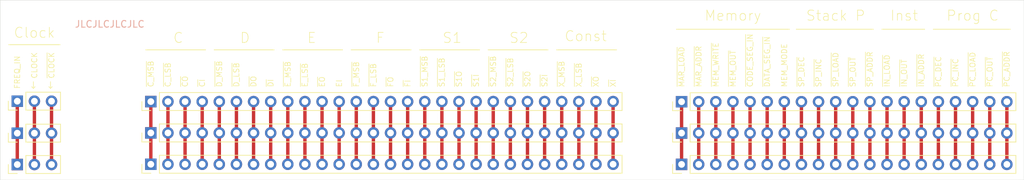
<source format=kicad_pcb>
(kicad_pcb (version 20171130) (host pcbnew "(5.1.10-1-10_14)")

  (general
    (thickness 1.6)
    (drawings 88)
    (tracks 51)
    (zones 0)
    (modules 9)
    (nets 52)
  )

  (page A4)
  (layers
    (0 F.Cu signal)
    (31 B.Cu signal)
    (32 B.Adhes user)
    (33 F.Adhes user)
    (34 B.Paste user)
    (35 F.Paste user)
    (36 B.SilkS user)
    (37 F.SilkS user)
    (38 B.Mask user)
    (39 F.Mask user)
    (40 Dwgs.User user)
    (41 Cmts.User user)
    (42 Eco1.User user)
    (43 Eco2.User user)
    (44 Edge.Cuts user)
    (45 Margin user)
    (46 B.CrtYd user)
    (47 F.CrtYd user)
    (48 B.Fab user hide)
    (49 F.Fab user hide)
  )

  (setup
    (last_trace_width 0.5)
    (user_trace_width 0.5)
    (trace_clearance 0.2)
    (zone_clearance 0.508)
    (zone_45_only no)
    (trace_min 0.2)
    (via_size 0.8)
    (via_drill 0.4)
    (via_min_size 0.4)
    (via_min_drill 0.3)
    (uvia_size 0.3)
    (uvia_drill 0.1)
    (uvias_allowed no)
    (uvia_min_size 0.2)
    (uvia_min_drill 0.1)
    (edge_width 0.05)
    (segment_width 0.2)
    (pcb_text_width 0.3)
    (pcb_text_size 1.5 1.5)
    (mod_edge_width 0.12)
    (mod_text_size 1 1)
    (mod_text_width 0.15)
    (pad_size 1.524 1.524)
    (pad_drill 0.762)
    (pad_to_mask_clearance 0)
    (aux_axis_origin 0 0)
    (visible_elements FFFFFF7F)
    (pcbplotparams
      (layerselection 0x010fc_ffffffff)
      (usegerberextensions false)
      (usegerberattributes true)
      (usegerberadvancedattributes true)
      (creategerberjobfile true)
      (excludeedgelayer true)
      (linewidth 0.100000)
      (plotframeref false)
      (viasonmask false)
      (mode 1)
      (useauxorigin false)
      (hpglpennumber 1)
      (hpglpenspeed 20)
      (hpglpendiameter 15.000000)
      (psnegative false)
      (psa4output false)
      (plotreference true)
      (plotvalue true)
      (plotinvisibletext false)
      (padsonsilk false)
      (subtractmaskfromsilk false)
      (outputformat 1)
      (mirror false)
      (drillshape 0)
      (scaleselection 1)
      (outputdirectory "GERBER"))
  )

  (net 0 "")
  (net 1 "Net-(J1-Pad3)")
  (net 2 "Net-(J1-Pad2)")
  (net 3 "Net-(J1-Pad1)")
  (net 4 "Net-(J4-Pad28)")
  (net 5 "Net-(J4-Pad27)")
  (net 6 "Net-(J4-Pad26)")
  (net 7 "Net-(J4-Pad25)")
  (net 8 "Net-(J4-Pad24)")
  (net 9 "Net-(J4-Pad23)")
  (net 10 "Net-(J4-Pad22)")
  (net 11 "Net-(J4-Pad21)")
  (net 12 "Net-(J4-Pad20)")
  (net 13 "Net-(J4-Pad19)")
  (net 14 "Net-(J4-Pad18)")
  (net 15 "Net-(J4-Pad17)")
  (net 16 "Net-(J4-Pad16)")
  (net 17 "Net-(J4-Pad15)")
  (net 18 "Net-(J4-Pad14)")
  (net 19 "Net-(J4-Pad13)")
  (net 20 "Net-(J4-Pad12)")
  (net 21 "Net-(J4-Pad11)")
  (net 22 "Net-(J4-Pad10)")
  (net 23 "Net-(J4-Pad9)")
  (net 24 "Net-(J4-Pad8)")
  (net 25 "Net-(J4-Pad7)")
  (net 26 "Net-(J4-Pad6)")
  (net 27 "Net-(J4-Pad5)")
  (net 28 "Net-(J4-Pad4)")
  (net 29 "Net-(J4-Pad3)")
  (net 30 "Net-(J4-Pad2)")
  (net 31 "Net-(J4-Pad1)")
  (net 32 "Net-(J7-Pad20)")
  (net 33 "Net-(J7-Pad19)")
  (net 34 "Net-(J7-Pad18)")
  (net 35 "Net-(J7-Pad17)")
  (net 36 "Net-(J7-Pad16)")
  (net 37 "Net-(J7-Pad15)")
  (net 38 "Net-(J7-Pad14)")
  (net 39 "Net-(J7-Pad13)")
  (net 40 "Net-(J7-Pad12)")
  (net 41 "Net-(J7-Pad11)")
  (net 42 "Net-(J7-Pad10)")
  (net 43 "Net-(J7-Pad9)")
  (net 44 "Net-(J7-Pad8)")
  (net 45 "Net-(J7-Pad7)")
  (net 46 "Net-(J7-Pad6)")
  (net 47 "Net-(J7-Pad5)")
  (net 48 "Net-(J7-Pad4)")
  (net 49 "Net-(J7-Pad3)")
  (net 50 "Net-(J7-Pad2)")
  (net 51 "Net-(J7-Pad1)")

  (net_class Default "This is the default net class."
    (clearance 0.2)
    (trace_width 0.25)
    (via_dia 0.8)
    (via_drill 0.4)
    (uvia_dia 0.3)
    (uvia_drill 0.1)
    (add_net "Net-(J1-Pad1)")
    (add_net "Net-(J1-Pad2)")
    (add_net "Net-(J1-Pad3)")
    (add_net "Net-(J4-Pad1)")
    (add_net "Net-(J4-Pad10)")
    (add_net "Net-(J4-Pad11)")
    (add_net "Net-(J4-Pad12)")
    (add_net "Net-(J4-Pad13)")
    (add_net "Net-(J4-Pad14)")
    (add_net "Net-(J4-Pad15)")
    (add_net "Net-(J4-Pad16)")
    (add_net "Net-(J4-Pad17)")
    (add_net "Net-(J4-Pad18)")
    (add_net "Net-(J4-Pad19)")
    (add_net "Net-(J4-Pad2)")
    (add_net "Net-(J4-Pad20)")
    (add_net "Net-(J4-Pad21)")
    (add_net "Net-(J4-Pad22)")
    (add_net "Net-(J4-Pad23)")
    (add_net "Net-(J4-Pad24)")
    (add_net "Net-(J4-Pad25)")
    (add_net "Net-(J4-Pad26)")
    (add_net "Net-(J4-Pad27)")
    (add_net "Net-(J4-Pad28)")
    (add_net "Net-(J4-Pad3)")
    (add_net "Net-(J4-Pad4)")
    (add_net "Net-(J4-Pad5)")
    (add_net "Net-(J4-Pad6)")
    (add_net "Net-(J4-Pad7)")
    (add_net "Net-(J4-Pad8)")
    (add_net "Net-(J4-Pad9)")
    (add_net "Net-(J7-Pad1)")
    (add_net "Net-(J7-Pad10)")
    (add_net "Net-(J7-Pad11)")
    (add_net "Net-(J7-Pad12)")
    (add_net "Net-(J7-Pad13)")
    (add_net "Net-(J7-Pad14)")
    (add_net "Net-(J7-Pad15)")
    (add_net "Net-(J7-Pad16)")
    (add_net "Net-(J7-Pad17)")
    (add_net "Net-(J7-Pad18)")
    (add_net "Net-(J7-Pad19)")
    (add_net "Net-(J7-Pad2)")
    (add_net "Net-(J7-Pad20)")
    (add_net "Net-(J7-Pad3)")
    (add_net "Net-(J7-Pad4)")
    (add_net "Net-(J7-Pad5)")
    (add_net "Net-(J7-Pad6)")
    (add_net "Net-(J7-Pad7)")
    (add_net "Net-(J7-Pad8)")
    (add_net "Net-(J7-Pad9)")
  )

  (module Connector_PinHeader_2.54mm:PinHeader_1x20_P2.54mm_Vertical (layer F.Cu) (tedit 59FED5CC) (tstamp 61A5F964)
    (at 169.926 121.744 90)
    (descr "Through hole straight pin header, 1x20, 2.54mm pitch, single row")
    (tags "Through hole pin header THT 1x20 2.54mm single row")
    (path /62DC0A24)
    (fp_text reference J9 (at 0 -2.33 90) (layer F.SilkS) hide
      (effects (font (size 1 1) (thickness 0.15)))
    )
    (fp_text value Conn_01x20 (at 0 50.59 90) (layer F.Fab)
      (effects (font (size 1 1) (thickness 0.15)))
    )
    (fp_text user %R (at 0 24.13) (layer F.Fab) hide
      (effects (font (size 1 1) (thickness 0.15)))
    )
    (fp_line (start -0.635 -1.27) (end 1.27 -1.27) (layer F.Fab) (width 0.1))
    (fp_line (start 1.27 -1.27) (end 1.27 49.53) (layer F.Fab) (width 0.1))
    (fp_line (start 1.27 49.53) (end -1.27 49.53) (layer F.Fab) (width 0.1))
    (fp_line (start -1.27 49.53) (end -1.27 -0.635) (layer F.Fab) (width 0.1))
    (fp_line (start -1.27 -0.635) (end -0.635 -1.27) (layer F.Fab) (width 0.1))
    (fp_line (start -1.33 49.59) (end 1.33 49.59) (layer F.SilkS) (width 0.12))
    (fp_line (start -1.33 1.27) (end -1.33 49.59) (layer F.SilkS) (width 0.12))
    (fp_line (start 1.33 1.27) (end 1.33 49.59) (layer F.SilkS) (width 0.12))
    (fp_line (start -1.33 1.27) (end 1.33 1.27) (layer F.SilkS) (width 0.12))
    (fp_line (start -1.33 0) (end -1.33 -1.33) (layer F.SilkS) (width 0.12))
    (fp_line (start -1.33 -1.33) (end 0 -1.33) (layer F.SilkS) (width 0.12))
    (fp_line (start -1.8 -1.8) (end -1.8 50.05) (layer F.CrtYd) (width 0.05))
    (fp_line (start -1.8 50.05) (end 1.8 50.05) (layer F.CrtYd) (width 0.05))
    (fp_line (start 1.8 50.05) (end 1.8 -1.8) (layer F.CrtYd) (width 0.05))
    (fp_line (start 1.8 -1.8) (end -1.8 -1.8) (layer F.CrtYd) (width 0.05))
    (pad 20 thru_hole oval (at 0 48.26 90) (size 1.7 1.7) (drill 1) (layers *.Cu *.Mask)
      (net 32 "Net-(J7-Pad20)"))
    (pad 19 thru_hole oval (at 0 45.72 90) (size 1.7 1.7) (drill 1) (layers *.Cu *.Mask)
      (net 33 "Net-(J7-Pad19)"))
    (pad 18 thru_hole oval (at 0 43.18 90) (size 1.7 1.7) (drill 1) (layers *.Cu *.Mask)
      (net 34 "Net-(J7-Pad18)"))
    (pad 17 thru_hole oval (at 0 40.64 90) (size 1.7 1.7) (drill 1) (layers *.Cu *.Mask)
      (net 35 "Net-(J7-Pad17)"))
    (pad 16 thru_hole oval (at 0 38.1 90) (size 1.7 1.7) (drill 1) (layers *.Cu *.Mask)
      (net 36 "Net-(J7-Pad16)"))
    (pad 15 thru_hole oval (at 0 35.56 90) (size 1.7 1.7) (drill 1) (layers *.Cu *.Mask)
      (net 37 "Net-(J7-Pad15)"))
    (pad 14 thru_hole oval (at 0 33.02 90) (size 1.7 1.7) (drill 1) (layers *.Cu *.Mask)
      (net 38 "Net-(J7-Pad14)"))
    (pad 13 thru_hole oval (at 0 30.48 90) (size 1.7 1.7) (drill 1) (layers *.Cu *.Mask)
      (net 39 "Net-(J7-Pad13)"))
    (pad 12 thru_hole oval (at 0 27.94 90) (size 1.7 1.7) (drill 1) (layers *.Cu *.Mask)
      (net 40 "Net-(J7-Pad12)"))
    (pad 11 thru_hole oval (at 0 25.4 90) (size 1.7 1.7) (drill 1) (layers *.Cu *.Mask)
      (net 41 "Net-(J7-Pad11)"))
    (pad 10 thru_hole oval (at 0 22.86 90) (size 1.7 1.7) (drill 1) (layers *.Cu *.Mask)
      (net 42 "Net-(J7-Pad10)"))
    (pad 9 thru_hole oval (at 0 20.32 90) (size 1.7 1.7) (drill 1) (layers *.Cu *.Mask)
      (net 43 "Net-(J7-Pad9)"))
    (pad 8 thru_hole oval (at 0 17.78 90) (size 1.7 1.7) (drill 1) (layers *.Cu *.Mask)
      (net 44 "Net-(J7-Pad8)"))
    (pad 7 thru_hole oval (at 0 15.24 90) (size 1.7 1.7) (drill 1) (layers *.Cu *.Mask)
      (net 45 "Net-(J7-Pad7)"))
    (pad 6 thru_hole oval (at 0 12.7 90) (size 1.7 1.7) (drill 1) (layers *.Cu *.Mask)
      (net 46 "Net-(J7-Pad6)"))
    (pad 5 thru_hole oval (at 0 10.16 90) (size 1.7 1.7) (drill 1) (layers *.Cu *.Mask)
      (net 47 "Net-(J7-Pad5)"))
    (pad 4 thru_hole oval (at 0 7.62 90) (size 1.7 1.7) (drill 1) (layers *.Cu *.Mask)
      (net 48 "Net-(J7-Pad4)"))
    (pad 3 thru_hole oval (at 0 5.08 90) (size 1.7 1.7) (drill 1) (layers *.Cu *.Mask)
      (net 49 "Net-(J7-Pad3)"))
    (pad 2 thru_hole oval (at 0 2.54 90) (size 1.7 1.7) (drill 1) (layers *.Cu *.Mask)
      (net 50 "Net-(J7-Pad2)"))
    (pad 1 thru_hole rect (at 0 0 90) (size 1.7 1.7) (drill 1) (layers *.Cu *.Mask)
      (net 51 "Net-(J7-Pad1)"))
    (model ${KISYS3DMOD}/Connector_PinHeader_2.54mm.3dshapes/PinHeader_1x20_P2.54mm_Vertical.wrl
      (at (xyz 0 0 0))
      (scale (xyz 1 1 1))
      (rotate (xyz 0 0 0))
    )
  )

  (module Connector_PinHeader_2.54mm:PinHeader_1x20_P2.54mm_Vertical (layer F.Cu) (tedit 59FED5CC) (tstamp 61A5F93C)
    (at 169.926 126.394 90)
    (descr "Through hole straight pin header, 1x20, 2.54mm pitch, single row")
    (tags "Through hole pin header THT 1x20 2.54mm single row")
    (path /62DBFB7D)
    (fp_text reference J8 (at 0 -2.33 90) (layer F.SilkS) hide
      (effects (font (size 1 1) (thickness 0.15)))
    )
    (fp_text value Conn_01x20 (at 0 50.59 90) (layer F.Fab)
      (effects (font (size 1 1) (thickness 0.15)))
    )
    (fp_text user %R (at 0 24.13) (layer F.Fab) hide
      (effects (font (size 1 1) (thickness 0.15)))
    )
    (fp_line (start -0.635 -1.27) (end 1.27 -1.27) (layer F.Fab) (width 0.1))
    (fp_line (start 1.27 -1.27) (end 1.27 49.53) (layer F.Fab) (width 0.1))
    (fp_line (start 1.27 49.53) (end -1.27 49.53) (layer F.Fab) (width 0.1))
    (fp_line (start -1.27 49.53) (end -1.27 -0.635) (layer F.Fab) (width 0.1))
    (fp_line (start -1.27 -0.635) (end -0.635 -1.27) (layer F.Fab) (width 0.1))
    (fp_line (start -1.33 49.59) (end 1.33 49.59) (layer F.SilkS) (width 0.12))
    (fp_line (start -1.33 1.27) (end -1.33 49.59) (layer F.SilkS) (width 0.12))
    (fp_line (start 1.33 1.27) (end 1.33 49.59) (layer F.SilkS) (width 0.12))
    (fp_line (start -1.33 1.27) (end 1.33 1.27) (layer F.SilkS) (width 0.12))
    (fp_line (start -1.33 0) (end -1.33 -1.33) (layer F.SilkS) (width 0.12))
    (fp_line (start -1.33 -1.33) (end 0 -1.33) (layer F.SilkS) (width 0.12))
    (fp_line (start -1.8 -1.8) (end -1.8 50.05) (layer F.CrtYd) (width 0.05))
    (fp_line (start -1.8 50.05) (end 1.8 50.05) (layer F.CrtYd) (width 0.05))
    (fp_line (start 1.8 50.05) (end 1.8 -1.8) (layer F.CrtYd) (width 0.05))
    (fp_line (start 1.8 -1.8) (end -1.8 -1.8) (layer F.CrtYd) (width 0.05))
    (pad 20 thru_hole oval (at 0 48.26 90) (size 1.7 1.7) (drill 1) (layers *.Cu *.Mask)
      (net 32 "Net-(J7-Pad20)"))
    (pad 19 thru_hole oval (at 0 45.72 90) (size 1.7 1.7) (drill 1) (layers *.Cu *.Mask)
      (net 33 "Net-(J7-Pad19)"))
    (pad 18 thru_hole oval (at 0 43.18 90) (size 1.7 1.7) (drill 1) (layers *.Cu *.Mask)
      (net 34 "Net-(J7-Pad18)"))
    (pad 17 thru_hole oval (at 0 40.64 90) (size 1.7 1.7) (drill 1) (layers *.Cu *.Mask)
      (net 35 "Net-(J7-Pad17)"))
    (pad 16 thru_hole oval (at 0 38.1 90) (size 1.7 1.7) (drill 1) (layers *.Cu *.Mask)
      (net 36 "Net-(J7-Pad16)"))
    (pad 15 thru_hole oval (at 0 35.56 90) (size 1.7 1.7) (drill 1) (layers *.Cu *.Mask)
      (net 37 "Net-(J7-Pad15)"))
    (pad 14 thru_hole oval (at 0 33.02 90) (size 1.7 1.7) (drill 1) (layers *.Cu *.Mask)
      (net 38 "Net-(J7-Pad14)"))
    (pad 13 thru_hole oval (at 0 30.48 90) (size 1.7 1.7) (drill 1) (layers *.Cu *.Mask)
      (net 39 "Net-(J7-Pad13)"))
    (pad 12 thru_hole oval (at 0 27.94 90) (size 1.7 1.7) (drill 1) (layers *.Cu *.Mask)
      (net 40 "Net-(J7-Pad12)"))
    (pad 11 thru_hole oval (at 0 25.4 90) (size 1.7 1.7) (drill 1) (layers *.Cu *.Mask)
      (net 41 "Net-(J7-Pad11)"))
    (pad 10 thru_hole oval (at 0 22.86 90) (size 1.7 1.7) (drill 1) (layers *.Cu *.Mask)
      (net 42 "Net-(J7-Pad10)"))
    (pad 9 thru_hole oval (at 0 20.32 90) (size 1.7 1.7) (drill 1) (layers *.Cu *.Mask)
      (net 43 "Net-(J7-Pad9)"))
    (pad 8 thru_hole oval (at 0 17.78 90) (size 1.7 1.7) (drill 1) (layers *.Cu *.Mask)
      (net 44 "Net-(J7-Pad8)"))
    (pad 7 thru_hole oval (at 0 15.24 90) (size 1.7 1.7) (drill 1) (layers *.Cu *.Mask)
      (net 45 "Net-(J7-Pad7)"))
    (pad 6 thru_hole oval (at 0 12.7 90) (size 1.7 1.7) (drill 1) (layers *.Cu *.Mask)
      (net 46 "Net-(J7-Pad6)"))
    (pad 5 thru_hole oval (at 0 10.16 90) (size 1.7 1.7) (drill 1) (layers *.Cu *.Mask)
      (net 47 "Net-(J7-Pad5)"))
    (pad 4 thru_hole oval (at 0 7.62 90) (size 1.7 1.7) (drill 1) (layers *.Cu *.Mask)
      (net 48 "Net-(J7-Pad4)"))
    (pad 3 thru_hole oval (at 0 5.08 90) (size 1.7 1.7) (drill 1) (layers *.Cu *.Mask)
      (net 49 "Net-(J7-Pad3)"))
    (pad 2 thru_hole oval (at 0 2.54 90) (size 1.7 1.7) (drill 1) (layers *.Cu *.Mask)
      (net 50 "Net-(J7-Pad2)"))
    (pad 1 thru_hole rect (at 0 0 90) (size 1.7 1.7) (drill 1) (layers *.Cu *.Mask)
      (net 51 "Net-(J7-Pad1)"))
    (model ${KISYS3DMOD}/Connector_PinHeader_2.54mm.3dshapes/PinHeader_1x20_P2.54mm_Vertical.wrl
      (at (xyz 0 0 0))
      (scale (xyz 1 1 1))
      (rotate (xyz 0 0 0))
    )
  )

  (module Connector_PinHeader_2.54mm:PinHeader_1x20_P2.54mm_Vertical (layer F.Cu) (tedit 59FED5CC) (tstamp 61A5F914)
    (at 169.926 131.044 90)
    (descr "Through hole straight pin header, 1x20, 2.54mm pitch, single row")
    (tags "Through hole pin header THT 1x20 2.54mm single row")
    (path /62DB73A6)
    (fp_text reference J7 (at 0 -2.33 90) (layer F.SilkS) hide
      (effects (font (size 1 1) (thickness 0.15)))
    )
    (fp_text value Conn_01x20 (at 0 50.59 90) (layer F.Fab)
      (effects (font (size 1 1) (thickness 0.15)))
    )
    (fp_text user %R (at 0 24.13) (layer F.Fab) hide
      (effects (font (size 1 1) (thickness 0.15)))
    )
    (fp_line (start -0.635 -1.27) (end 1.27 -1.27) (layer F.Fab) (width 0.1))
    (fp_line (start 1.27 -1.27) (end 1.27 49.53) (layer F.Fab) (width 0.1))
    (fp_line (start 1.27 49.53) (end -1.27 49.53) (layer F.Fab) (width 0.1))
    (fp_line (start -1.27 49.53) (end -1.27 -0.635) (layer F.Fab) (width 0.1))
    (fp_line (start -1.27 -0.635) (end -0.635 -1.27) (layer F.Fab) (width 0.1))
    (fp_line (start -1.33 49.59) (end 1.33 49.59) (layer F.SilkS) (width 0.12))
    (fp_line (start -1.33 1.27) (end -1.33 49.59) (layer F.SilkS) (width 0.12))
    (fp_line (start 1.33 1.27) (end 1.33 49.59) (layer F.SilkS) (width 0.12))
    (fp_line (start -1.33 1.27) (end 1.33 1.27) (layer F.SilkS) (width 0.12))
    (fp_line (start -1.33 0) (end -1.33 -1.33) (layer F.SilkS) (width 0.12))
    (fp_line (start -1.33 -1.33) (end 0 -1.33) (layer F.SilkS) (width 0.12))
    (fp_line (start -1.8 -1.8) (end -1.8 50.05) (layer F.CrtYd) (width 0.05))
    (fp_line (start -1.8 50.05) (end 1.8 50.05) (layer F.CrtYd) (width 0.05))
    (fp_line (start 1.8 50.05) (end 1.8 -1.8) (layer F.CrtYd) (width 0.05))
    (fp_line (start 1.8 -1.8) (end -1.8 -1.8) (layer F.CrtYd) (width 0.05))
    (pad 20 thru_hole oval (at 0 48.26 90) (size 1.7 1.7) (drill 1) (layers *.Cu *.Mask)
      (net 32 "Net-(J7-Pad20)"))
    (pad 19 thru_hole oval (at 0 45.72 90) (size 1.7 1.7) (drill 1) (layers *.Cu *.Mask)
      (net 33 "Net-(J7-Pad19)"))
    (pad 18 thru_hole oval (at 0 43.18 90) (size 1.7 1.7) (drill 1) (layers *.Cu *.Mask)
      (net 34 "Net-(J7-Pad18)"))
    (pad 17 thru_hole oval (at 0 40.64 90) (size 1.7 1.7) (drill 1) (layers *.Cu *.Mask)
      (net 35 "Net-(J7-Pad17)"))
    (pad 16 thru_hole oval (at 0 38.1 90) (size 1.7 1.7) (drill 1) (layers *.Cu *.Mask)
      (net 36 "Net-(J7-Pad16)"))
    (pad 15 thru_hole oval (at 0 35.56 90) (size 1.7 1.7) (drill 1) (layers *.Cu *.Mask)
      (net 37 "Net-(J7-Pad15)"))
    (pad 14 thru_hole oval (at 0 33.02 90) (size 1.7 1.7) (drill 1) (layers *.Cu *.Mask)
      (net 38 "Net-(J7-Pad14)"))
    (pad 13 thru_hole oval (at 0 30.48 90) (size 1.7 1.7) (drill 1) (layers *.Cu *.Mask)
      (net 39 "Net-(J7-Pad13)"))
    (pad 12 thru_hole oval (at 0 27.94 90) (size 1.7 1.7) (drill 1) (layers *.Cu *.Mask)
      (net 40 "Net-(J7-Pad12)"))
    (pad 11 thru_hole oval (at 0 25.4 90) (size 1.7 1.7) (drill 1) (layers *.Cu *.Mask)
      (net 41 "Net-(J7-Pad11)"))
    (pad 10 thru_hole oval (at 0 22.86 90) (size 1.7 1.7) (drill 1) (layers *.Cu *.Mask)
      (net 42 "Net-(J7-Pad10)"))
    (pad 9 thru_hole oval (at 0 20.32 90) (size 1.7 1.7) (drill 1) (layers *.Cu *.Mask)
      (net 43 "Net-(J7-Pad9)"))
    (pad 8 thru_hole oval (at 0 17.78 90) (size 1.7 1.7) (drill 1) (layers *.Cu *.Mask)
      (net 44 "Net-(J7-Pad8)"))
    (pad 7 thru_hole oval (at 0 15.24 90) (size 1.7 1.7) (drill 1) (layers *.Cu *.Mask)
      (net 45 "Net-(J7-Pad7)"))
    (pad 6 thru_hole oval (at 0 12.7 90) (size 1.7 1.7) (drill 1) (layers *.Cu *.Mask)
      (net 46 "Net-(J7-Pad6)"))
    (pad 5 thru_hole oval (at 0 10.16 90) (size 1.7 1.7) (drill 1) (layers *.Cu *.Mask)
      (net 47 "Net-(J7-Pad5)"))
    (pad 4 thru_hole oval (at 0 7.62 90) (size 1.7 1.7) (drill 1) (layers *.Cu *.Mask)
      (net 48 "Net-(J7-Pad4)"))
    (pad 3 thru_hole oval (at 0 5.08 90) (size 1.7 1.7) (drill 1) (layers *.Cu *.Mask)
      (net 49 "Net-(J7-Pad3)"))
    (pad 2 thru_hole oval (at 0 2.54 90) (size 1.7 1.7) (drill 1) (layers *.Cu *.Mask)
      (net 50 "Net-(J7-Pad2)"))
    (pad 1 thru_hole rect (at 0 0 90) (size 1.7 1.7) (drill 1) (layers *.Cu *.Mask)
      (net 51 "Net-(J7-Pad1)"))
    (model ${KISYS3DMOD}/Connector_PinHeader_2.54mm.3dshapes/PinHeader_1x20_P2.54mm_Vertical.wrl
      (at (xyz 0 0 0))
      (scale (xyz 1 1 1))
      (rotate (xyz 0 0 0))
    )
  )

  (module Connector_PinHeader_2.54mm:PinHeader_1x28_P2.54mm_Vertical (layer F.Cu) (tedit 59FED5CC) (tstamp 61A5F8EC)
    (at 91.186 121.724 90)
    (descr "Through hole straight pin header, 1x28, 2.54mm pitch, single row")
    (tags "Through hole pin header THT 1x28 2.54mm single row")
    (path /62DBD691)
    (fp_text reference J6 (at 0 -2.33 90) (layer F.SilkS) hide
      (effects (font (size 1 1) (thickness 0.15)))
    )
    (fp_text value Conn_01x28 (at 0 70.91 90) (layer F.Fab)
      (effects (font (size 1 1) (thickness 0.15)))
    )
    (fp_text user %R (at 0 34.29) (layer F.Fab) hide
      (effects (font (size 1 1) (thickness 0.15)))
    )
    (fp_line (start -0.635 -1.27) (end 1.27 -1.27) (layer F.Fab) (width 0.1))
    (fp_line (start 1.27 -1.27) (end 1.27 69.85) (layer F.Fab) (width 0.1))
    (fp_line (start 1.27 69.85) (end -1.27 69.85) (layer F.Fab) (width 0.1))
    (fp_line (start -1.27 69.85) (end -1.27 -0.635) (layer F.Fab) (width 0.1))
    (fp_line (start -1.27 -0.635) (end -0.635 -1.27) (layer F.Fab) (width 0.1))
    (fp_line (start -1.33 69.91) (end 1.33 69.91) (layer F.SilkS) (width 0.12))
    (fp_line (start -1.33 1.27) (end -1.33 69.91) (layer F.SilkS) (width 0.12))
    (fp_line (start 1.33 1.27) (end 1.33 69.91) (layer F.SilkS) (width 0.12))
    (fp_line (start -1.33 1.27) (end 1.33 1.27) (layer F.SilkS) (width 0.12))
    (fp_line (start -1.33 0) (end -1.33 -1.33) (layer F.SilkS) (width 0.12))
    (fp_line (start -1.33 -1.33) (end 0 -1.33) (layer F.SilkS) (width 0.12))
    (fp_line (start -1.8 -1.8) (end -1.8 70.35) (layer F.CrtYd) (width 0.05))
    (fp_line (start -1.8 70.35) (end 1.8 70.35) (layer F.CrtYd) (width 0.05))
    (fp_line (start 1.8 70.35) (end 1.8 -1.8) (layer F.CrtYd) (width 0.05))
    (fp_line (start 1.8 -1.8) (end -1.8 -1.8) (layer F.CrtYd) (width 0.05))
    (pad 28 thru_hole oval (at 0 68.58 90) (size 1.7 1.7) (drill 1) (layers *.Cu *.Mask)
      (net 4 "Net-(J4-Pad28)"))
    (pad 27 thru_hole oval (at 0 66.04 90) (size 1.7 1.7) (drill 1) (layers *.Cu *.Mask)
      (net 5 "Net-(J4-Pad27)"))
    (pad 26 thru_hole oval (at 0 63.5 90) (size 1.7 1.7) (drill 1) (layers *.Cu *.Mask)
      (net 6 "Net-(J4-Pad26)"))
    (pad 25 thru_hole oval (at 0 60.96 90) (size 1.7 1.7) (drill 1) (layers *.Cu *.Mask)
      (net 7 "Net-(J4-Pad25)"))
    (pad 24 thru_hole oval (at 0 58.42 90) (size 1.7 1.7) (drill 1) (layers *.Cu *.Mask)
      (net 8 "Net-(J4-Pad24)"))
    (pad 23 thru_hole oval (at 0 55.88 90) (size 1.7 1.7) (drill 1) (layers *.Cu *.Mask)
      (net 9 "Net-(J4-Pad23)"))
    (pad 22 thru_hole oval (at 0 53.34 90) (size 1.7 1.7) (drill 1) (layers *.Cu *.Mask)
      (net 10 "Net-(J4-Pad22)"))
    (pad 21 thru_hole oval (at 0 50.8 90) (size 1.7 1.7) (drill 1) (layers *.Cu *.Mask)
      (net 11 "Net-(J4-Pad21)"))
    (pad 20 thru_hole oval (at 0 48.26 90) (size 1.7 1.7) (drill 1) (layers *.Cu *.Mask)
      (net 12 "Net-(J4-Pad20)"))
    (pad 19 thru_hole oval (at 0 45.72 90) (size 1.7 1.7) (drill 1) (layers *.Cu *.Mask)
      (net 13 "Net-(J4-Pad19)"))
    (pad 18 thru_hole oval (at 0 43.18 90) (size 1.7 1.7) (drill 1) (layers *.Cu *.Mask)
      (net 14 "Net-(J4-Pad18)"))
    (pad 17 thru_hole oval (at 0 40.64 90) (size 1.7 1.7) (drill 1) (layers *.Cu *.Mask)
      (net 15 "Net-(J4-Pad17)"))
    (pad 16 thru_hole oval (at 0 38.1 90) (size 1.7 1.7) (drill 1) (layers *.Cu *.Mask)
      (net 16 "Net-(J4-Pad16)"))
    (pad 15 thru_hole oval (at 0 35.56 90) (size 1.7 1.7) (drill 1) (layers *.Cu *.Mask)
      (net 17 "Net-(J4-Pad15)"))
    (pad 14 thru_hole oval (at 0 33.02 90) (size 1.7 1.7) (drill 1) (layers *.Cu *.Mask)
      (net 18 "Net-(J4-Pad14)"))
    (pad 13 thru_hole oval (at 0 30.48 90) (size 1.7 1.7) (drill 1) (layers *.Cu *.Mask)
      (net 19 "Net-(J4-Pad13)"))
    (pad 12 thru_hole oval (at 0 27.94 90) (size 1.7 1.7) (drill 1) (layers *.Cu *.Mask)
      (net 20 "Net-(J4-Pad12)"))
    (pad 11 thru_hole oval (at 0 25.4 90) (size 1.7 1.7) (drill 1) (layers *.Cu *.Mask)
      (net 21 "Net-(J4-Pad11)"))
    (pad 10 thru_hole oval (at 0 22.86 90) (size 1.7 1.7) (drill 1) (layers *.Cu *.Mask)
      (net 22 "Net-(J4-Pad10)"))
    (pad 9 thru_hole oval (at 0 20.32 90) (size 1.7 1.7) (drill 1) (layers *.Cu *.Mask)
      (net 23 "Net-(J4-Pad9)"))
    (pad 8 thru_hole oval (at 0 17.78 90) (size 1.7 1.7) (drill 1) (layers *.Cu *.Mask)
      (net 24 "Net-(J4-Pad8)"))
    (pad 7 thru_hole oval (at 0 15.24 90) (size 1.7 1.7) (drill 1) (layers *.Cu *.Mask)
      (net 25 "Net-(J4-Pad7)"))
    (pad 6 thru_hole oval (at 0 12.7 90) (size 1.7 1.7) (drill 1) (layers *.Cu *.Mask)
      (net 26 "Net-(J4-Pad6)"))
    (pad 5 thru_hole oval (at 0 10.16 90) (size 1.7 1.7) (drill 1) (layers *.Cu *.Mask)
      (net 27 "Net-(J4-Pad5)"))
    (pad 4 thru_hole oval (at 0 7.62 90) (size 1.7 1.7) (drill 1) (layers *.Cu *.Mask)
      (net 28 "Net-(J4-Pad4)"))
    (pad 3 thru_hole oval (at 0 5.08 90) (size 1.7 1.7) (drill 1) (layers *.Cu *.Mask)
      (net 29 "Net-(J4-Pad3)"))
    (pad 2 thru_hole oval (at 0 2.54 90) (size 1.7 1.7) (drill 1) (layers *.Cu *.Mask)
      (net 30 "Net-(J4-Pad2)"))
    (pad 1 thru_hole rect (at 0 0 90) (size 1.7 1.7) (drill 1) (layers *.Cu *.Mask)
      (net 31 "Net-(J4-Pad1)"))
    (model ${KISYS3DMOD}/Connector_PinHeader_2.54mm.3dshapes/PinHeader_1x28_P2.54mm_Vertical.wrl
      (at (xyz 0 0 0))
      (scale (xyz 1 1 1))
      (rotate (xyz 0 0 0))
    )
  )

  (module Connector_PinHeader_2.54mm:PinHeader_1x28_P2.54mm_Vertical (layer F.Cu) (tedit 59FED5CC) (tstamp 61A5F8BC)
    (at 91.186 126.374 90)
    (descr "Through hole straight pin header, 1x28, 2.54mm pitch, single row")
    (tags "Through hole pin header THT 1x28 2.54mm single row")
    (path /62DBC39E)
    (fp_text reference J5 (at 0 -2.33 90) (layer F.SilkS) hide
      (effects (font (size 1 1) (thickness 0.15)))
    )
    (fp_text value Conn_01x28 (at 0 70.91 90) (layer F.Fab)
      (effects (font (size 1 1) (thickness 0.15)))
    )
    (fp_text user %R (at 0 34.29) (layer F.Fab) hide
      (effects (font (size 1 1) (thickness 0.15)))
    )
    (fp_line (start -0.635 -1.27) (end 1.27 -1.27) (layer F.Fab) (width 0.1))
    (fp_line (start 1.27 -1.27) (end 1.27 69.85) (layer F.Fab) (width 0.1))
    (fp_line (start 1.27 69.85) (end -1.27 69.85) (layer F.Fab) (width 0.1))
    (fp_line (start -1.27 69.85) (end -1.27 -0.635) (layer F.Fab) (width 0.1))
    (fp_line (start -1.27 -0.635) (end -0.635 -1.27) (layer F.Fab) (width 0.1))
    (fp_line (start -1.33 69.91) (end 1.33 69.91) (layer F.SilkS) (width 0.12))
    (fp_line (start -1.33 1.27) (end -1.33 69.91) (layer F.SilkS) (width 0.12))
    (fp_line (start 1.33 1.27) (end 1.33 69.91) (layer F.SilkS) (width 0.12))
    (fp_line (start -1.33 1.27) (end 1.33 1.27) (layer F.SilkS) (width 0.12))
    (fp_line (start -1.33 0) (end -1.33 -1.33) (layer F.SilkS) (width 0.12))
    (fp_line (start -1.33 -1.33) (end 0 -1.33) (layer F.SilkS) (width 0.12))
    (fp_line (start -1.8 -1.8) (end -1.8 70.35) (layer F.CrtYd) (width 0.05))
    (fp_line (start -1.8 70.35) (end 1.8 70.35) (layer F.CrtYd) (width 0.05))
    (fp_line (start 1.8 70.35) (end 1.8 -1.8) (layer F.CrtYd) (width 0.05))
    (fp_line (start 1.8 -1.8) (end -1.8 -1.8) (layer F.CrtYd) (width 0.05))
    (pad 28 thru_hole oval (at 0 68.58 90) (size 1.7 1.7) (drill 1) (layers *.Cu *.Mask)
      (net 4 "Net-(J4-Pad28)"))
    (pad 27 thru_hole oval (at 0 66.04 90) (size 1.7 1.7) (drill 1) (layers *.Cu *.Mask)
      (net 5 "Net-(J4-Pad27)"))
    (pad 26 thru_hole oval (at 0 63.5 90) (size 1.7 1.7) (drill 1) (layers *.Cu *.Mask)
      (net 6 "Net-(J4-Pad26)"))
    (pad 25 thru_hole oval (at 0 60.96 90) (size 1.7 1.7) (drill 1) (layers *.Cu *.Mask)
      (net 7 "Net-(J4-Pad25)"))
    (pad 24 thru_hole oval (at 0 58.42 90) (size 1.7 1.7) (drill 1) (layers *.Cu *.Mask)
      (net 8 "Net-(J4-Pad24)"))
    (pad 23 thru_hole oval (at 0 55.88 90) (size 1.7 1.7) (drill 1) (layers *.Cu *.Mask)
      (net 9 "Net-(J4-Pad23)"))
    (pad 22 thru_hole oval (at 0 53.34 90) (size 1.7 1.7) (drill 1) (layers *.Cu *.Mask)
      (net 10 "Net-(J4-Pad22)"))
    (pad 21 thru_hole oval (at 0 50.8 90) (size 1.7 1.7) (drill 1) (layers *.Cu *.Mask)
      (net 11 "Net-(J4-Pad21)"))
    (pad 20 thru_hole oval (at 0 48.26 90) (size 1.7 1.7) (drill 1) (layers *.Cu *.Mask)
      (net 12 "Net-(J4-Pad20)"))
    (pad 19 thru_hole oval (at 0 45.72 90) (size 1.7 1.7) (drill 1) (layers *.Cu *.Mask)
      (net 13 "Net-(J4-Pad19)"))
    (pad 18 thru_hole oval (at 0 43.18 90) (size 1.7 1.7) (drill 1) (layers *.Cu *.Mask)
      (net 14 "Net-(J4-Pad18)"))
    (pad 17 thru_hole oval (at 0 40.64 90) (size 1.7 1.7) (drill 1) (layers *.Cu *.Mask)
      (net 15 "Net-(J4-Pad17)"))
    (pad 16 thru_hole oval (at 0 38.1 90) (size 1.7 1.7) (drill 1) (layers *.Cu *.Mask)
      (net 16 "Net-(J4-Pad16)"))
    (pad 15 thru_hole oval (at 0 35.56 90) (size 1.7 1.7) (drill 1) (layers *.Cu *.Mask)
      (net 17 "Net-(J4-Pad15)"))
    (pad 14 thru_hole oval (at 0 33.02 90) (size 1.7 1.7) (drill 1) (layers *.Cu *.Mask)
      (net 18 "Net-(J4-Pad14)"))
    (pad 13 thru_hole oval (at 0 30.48 90) (size 1.7 1.7) (drill 1) (layers *.Cu *.Mask)
      (net 19 "Net-(J4-Pad13)"))
    (pad 12 thru_hole oval (at 0 27.94 90) (size 1.7 1.7) (drill 1) (layers *.Cu *.Mask)
      (net 20 "Net-(J4-Pad12)"))
    (pad 11 thru_hole oval (at 0 25.4 90) (size 1.7 1.7) (drill 1) (layers *.Cu *.Mask)
      (net 21 "Net-(J4-Pad11)"))
    (pad 10 thru_hole oval (at 0 22.86 90) (size 1.7 1.7) (drill 1) (layers *.Cu *.Mask)
      (net 22 "Net-(J4-Pad10)"))
    (pad 9 thru_hole oval (at 0 20.32 90) (size 1.7 1.7) (drill 1) (layers *.Cu *.Mask)
      (net 23 "Net-(J4-Pad9)"))
    (pad 8 thru_hole oval (at 0 17.78 90) (size 1.7 1.7) (drill 1) (layers *.Cu *.Mask)
      (net 24 "Net-(J4-Pad8)"))
    (pad 7 thru_hole oval (at 0 15.24 90) (size 1.7 1.7) (drill 1) (layers *.Cu *.Mask)
      (net 25 "Net-(J4-Pad7)"))
    (pad 6 thru_hole oval (at 0 12.7 90) (size 1.7 1.7) (drill 1) (layers *.Cu *.Mask)
      (net 26 "Net-(J4-Pad6)"))
    (pad 5 thru_hole oval (at 0 10.16 90) (size 1.7 1.7) (drill 1) (layers *.Cu *.Mask)
      (net 27 "Net-(J4-Pad5)"))
    (pad 4 thru_hole oval (at 0 7.62 90) (size 1.7 1.7) (drill 1) (layers *.Cu *.Mask)
      (net 28 "Net-(J4-Pad4)"))
    (pad 3 thru_hole oval (at 0 5.08 90) (size 1.7 1.7) (drill 1) (layers *.Cu *.Mask)
      (net 29 "Net-(J4-Pad3)"))
    (pad 2 thru_hole oval (at 0 2.54 90) (size 1.7 1.7) (drill 1) (layers *.Cu *.Mask)
      (net 30 "Net-(J4-Pad2)"))
    (pad 1 thru_hole rect (at 0 0 90) (size 1.7 1.7) (drill 1) (layers *.Cu *.Mask)
      (net 31 "Net-(J4-Pad1)"))
    (model ${KISYS3DMOD}/Connector_PinHeader_2.54mm.3dshapes/PinHeader_1x28_P2.54mm_Vertical.wrl
      (at (xyz 0 0 0))
      (scale (xyz 1 1 1))
      (rotate (xyz 0 0 0))
    )
  )

  (module Connector_PinHeader_2.54mm:PinHeader_1x28_P2.54mm_Vertical (layer F.Cu) (tedit 59FED5CC) (tstamp 61A5F88C)
    (at 91.186 131.024 90)
    (descr "Through hole straight pin header, 1x28, 2.54mm pitch, single row")
    (tags "Through hole pin header THT 1x28 2.54mm single row")
    (path /62DB4DC0)
    (fp_text reference J4 (at 0 -2.33 90) (layer F.SilkS) hide
      (effects (font (size 1 1) (thickness 0.15)))
    )
    (fp_text value Conn_01x28 (at 0 70.91 90) (layer F.Fab)
      (effects (font (size 1 1) (thickness 0.15)))
    )
    (fp_text user %R (at 0 34.29) (layer F.Fab) hide
      (effects (font (size 1 1) (thickness 0.15)))
    )
    (fp_line (start -0.635 -1.27) (end 1.27 -1.27) (layer F.Fab) (width 0.1))
    (fp_line (start 1.27 -1.27) (end 1.27 69.85) (layer F.Fab) (width 0.1))
    (fp_line (start 1.27 69.85) (end -1.27 69.85) (layer F.Fab) (width 0.1))
    (fp_line (start -1.27 69.85) (end -1.27 -0.635) (layer F.Fab) (width 0.1))
    (fp_line (start -1.27 -0.635) (end -0.635 -1.27) (layer F.Fab) (width 0.1))
    (fp_line (start -1.33 69.91) (end 1.33 69.91) (layer F.SilkS) (width 0.12))
    (fp_line (start -1.33 1.27) (end -1.33 69.91) (layer F.SilkS) (width 0.12))
    (fp_line (start 1.33 1.27) (end 1.33 69.91) (layer F.SilkS) (width 0.12))
    (fp_line (start -1.33 1.27) (end 1.33 1.27) (layer F.SilkS) (width 0.12))
    (fp_line (start -1.33 0) (end -1.33 -1.33) (layer F.SilkS) (width 0.12))
    (fp_line (start -1.33 -1.33) (end 0 -1.33) (layer F.SilkS) (width 0.12))
    (fp_line (start -1.8 -1.8) (end -1.8 70.35) (layer F.CrtYd) (width 0.05))
    (fp_line (start -1.8 70.35) (end 1.8 70.35) (layer F.CrtYd) (width 0.05))
    (fp_line (start 1.8 70.35) (end 1.8 -1.8) (layer F.CrtYd) (width 0.05))
    (fp_line (start 1.8 -1.8) (end -1.8 -1.8) (layer F.CrtYd) (width 0.05))
    (pad 28 thru_hole oval (at 0 68.58 90) (size 1.7 1.7) (drill 1) (layers *.Cu *.Mask)
      (net 4 "Net-(J4-Pad28)"))
    (pad 27 thru_hole oval (at 0 66.04 90) (size 1.7 1.7) (drill 1) (layers *.Cu *.Mask)
      (net 5 "Net-(J4-Pad27)"))
    (pad 26 thru_hole oval (at 0 63.5 90) (size 1.7 1.7) (drill 1) (layers *.Cu *.Mask)
      (net 6 "Net-(J4-Pad26)"))
    (pad 25 thru_hole oval (at 0 60.96 90) (size 1.7 1.7) (drill 1) (layers *.Cu *.Mask)
      (net 7 "Net-(J4-Pad25)"))
    (pad 24 thru_hole oval (at 0 58.42 90) (size 1.7 1.7) (drill 1) (layers *.Cu *.Mask)
      (net 8 "Net-(J4-Pad24)"))
    (pad 23 thru_hole oval (at 0 55.88 90) (size 1.7 1.7) (drill 1) (layers *.Cu *.Mask)
      (net 9 "Net-(J4-Pad23)"))
    (pad 22 thru_hole oval (at 0 53.34 90) (size 1.7 1.7) (drill 1) (layers *.Cu *.Mask)
      (net 10 "Net-(J4-Pad22)"))
    (pad 21 thru_hole oval (at 0 50.8 90) (size 1.7 1.7) (drill 1) (layers *.Cu *.Mask)
      (net 11 "Net-(J4-Pad21)"))
    (pad 20 thru_hole oval (at 0 48.26 90) (size 1.7 1.7) (drill 1) (layers *.Cu *.Mask)
      (net 12 "Net-(J4-Pad20)"))
    (pad 19 thru_hole oval (at 0 45.72 90) (size 1.7 1.7) (drill 1) (layers *.Cu *.Mask)
      (net 13 "Net-(J4-Pad19)"))
    (pad 18 thru_hole oval (at 0 43.18 90) (size 1.7 1.7) (drill 1) (layers *.Cu *.Mask)
      (net 14 "Net-(J4-Pad18)"))
    (pad 17 thru_hole oval (at 0 40.64 90) (size 1.7 1.7) (drill 1) (layers *.Cu *.Mask)
      (net 15 "Net-(J4-Pad17)"))
    (pad 16 thru_hole oval (at 0 38.1 90) (size 1.7 1.7) (drill 1) (layers *.Cu *.Mask)
      (net 16 "Net-(J4-Pad16)"))
    (pad 15 thru_hole oval (at 0 35.56 90) (size 1.7 1.7) (drill 1) (layers *.Cu *.Mask)
      (net 17 "Net-(J4-Pad15)"))
    (pad 14 thru_hole oval (at 0 33.02 90) (size 1.7 1.7) (drill 1) (layers *.Cu *.Mask)
      (net 18 "Net-(J4-Pad14)"))
    (pad 13 thru_hole oval (at 0 30.48 90) (size 1.7 1.7) (drill 1) (layers *.Cu *.Mask)
      (net 19 "Net-(J4-Pad13)"))
    (pad 12 thru_hole oval (at 0 27.94 90) (size 1.7 1.7) (drill 1) (layers *.Cu *.Mask)
      (net 20 "Net-(J4-Pad12)"))
    (pad 11 thru_hole oval (at 0 25.4 90) (size 1.7 1.7) (drill 1) (layers *.Cu *.Mask)
      (net 21 "Net-(J4-Pad11)"))
    (pad 10 thru_hole oval (at 0 22.86 90) (size 1.7 1.7) (drill 1) (layers *.Cu *.Mask)
      (net 22 "Net-(J4-Pad10)"))
    (pad 9 thru_hole oval (at 0 20.32 90) (size 1.7 1.7) (drill 1) (layers *.Cu *.Mask)
      (net 23 "Net-(J4-Pad9)"))
    (pad 8 thru_hole oval (at 0 17.78 90) (size 1.7 1.7) (drill 1) (layers *.Cu *.Mask)
      (net 24 "Net-(J4-Pad8)"))
    (pad 7 thru_hole oval (at 0 15.24 90) (size 1.7 1.7) (drill 1) (layers *.Cu *.Mask)
      (net 25 "Net-(J4-Pad7)"))
    (pad 6 thru_hole oval (at 0 12.7 90) (size 1.7 1.7) (drill 1) (layers *.Cu *.Mask)
      (net 26 "Net-(J4-Pad6)"))
    (pad 5 thru_hole oval (at 0 10.16 90) (size 1.7 1.7) (drill 1) (layers *.Cu *.Mask)
      (net 27 "Net-(J4-Pad5)"))
    (pad 4 thru_hole oval (at 0 7.62 90) (size 1.7 1.7) (drill 1) (layers *.Cu *.Mask)
      (net 28 "Net-(J4-Pad4)"))
    (pad 3 thru_hole oval (at 0 5.08 90) (size 1.7 1.7) (drill 1) (layers *.Cu *.Mask)
      (net 29 "Net-(J4-Pad3)"))
    (pad 2 thru_hole oval (at 0 2.54 90) (size 1.7 1.7) (drill 1) (layers *.Cu *.Mask)
      (net 30 "Net-(J4-Pad2)"))
    (pad 1 thru_hole rect (at 0 0 90) (size 1.7 1.7) (drill 1) (layers *.Cu *.Mask)
      (net 31 "Net-(J4-Pad1)"))
    (model ${KISYS3DMOD}/Connector_PinHeader_2.54mm.3dshapes/PinHeader_1x28_P2.54mm_Vertical.wrl
      (at (xyz 0 0 0))
      (scale (xyz 1 1 1))
      (rotate (xyz 0 0 0))
    )
  )

  (module Connector_PinHeader_2.54mm:PinHeader_1x03_P2.54mm_Vertical (layer F.Cu) (tedit 59FED5CC) (tstamp 61A5F85C)
    (at 71.374 121.666 90)
    (descr "Through hole straight pin header, 1x03, 2.54mm pitch, single row")
    (tags "Through hole pin header THT 1x03 2.54mm single row")
    (path /62DB4594)
    (fp_text reference J3 (at 0 -2.33 90) (layer F.SilkS) hide
      (effects (font (size 1 1) (thickness 0.15)))
    )
    (fp_text value Conn_01x03 (at 0 7.41 90) (layer F.Fab)
      (effects (font (size 1 1) (thickness 0.15)))
    )
    (fp_text user %R (at 0 2.54) (layer F.Fab) hide
      (effects (font (size 1 1) (thickness 0.15)))
    )
    (fp_line (start -0.635 -1.27) (end 1.27 -1.27) (layer F.Fab) (width 0.1))
    (fp_line (start 1.27 -1.27) (end 1.27 6.35) (layer F.Fab) (width 0.1))
    (fp_line (start 1.27 6.35) (end -1.27 6.35) (layer F.Fab) (width 0.1))
    (fp_line (start -1.27 6.35) (end -1.27 -0.635) (layer F.Fab) (width 0.1))
    (fp_line (start -1.27 -0.635) (end -0.635 -1.27) (layer F.Fab) (width 0.1))
    (fp_line (start -1.33 6.41) (end 1.33 6.41) (layer F.SilkS) (width 0.12))
    (fp_line (start -1.33 1.27) (end -1.33 6.41) (layer F.SilkS) (width 0.12))
    (fp_line (start 1.33 1.27) (end 1.33 6.41) (layer F.SilkS) (width 0.12))
    (fp_line (start -1.33 1.27) (end 1.33 1.27) (layer F.SilkS) (width 0.12))
    (fp_line (start -1.33 0) (end -1.33 -1.33) (layer F.SilkS) (width 0.12))
    (fp_line (start -1.33 -1.33) (end 0 -1.33) (layer F.SilkS) (width 0.12))
    (fp_line (start -1.8 -1.8) (end -1.8 6.85) (layer F.CrtYd) (width 0.05))
    (fp_line (start -1.8 6.85) (end 1.8 6.85) (layer F.CrtYd) (width 0.05))
    (fp_line (start 1.8 6.85) (end 1.8 -1.8) (layer F.CrtYd) (width 0.05))
    (fp_line (start 1.8 -1.8) (end -1.8 -1.8) (layer F.CrtYd) (width 0.05))
    (pad 3 thru_hole oval (at 0 5.08 90) (size 1.7 1.7) (drill 1) (layers *.Cu *.Mask)
      (net 1 "Net-(J1-Pad3)"))
    (pad 2 thru_hole oval (at 0 2.54 90) (size 1.7 1.7) (drill 1) (layers *.Cu *.Mask)
      (net 2 "Net-(J1-Pad2)"))
    (pad 1 thru_hole rect (at 0 0 90) (size 1.7 1.7) (drill 1) (layers *.Cu *.Mask)
      (net 3 "Net-(J1-Pad1)"))
    (model ${KISYS3DMOD}/Connector_PinHeader_2.54mm.3dshapes/PinHeader_1x03_P2.54mm_Vertical.wrl
      (at (xyz 0 0 0))
      (scale (xyz 1 1 1))
      (rotate (xyz 0 0 0))
    )
  )

  (module Connector_PinHeader_2.54mm:PinHeader_1x03_P2.54mm_Vertical (layer F.Cu) (tedit 59FED5CC) (tstamp 61A5F845)
    (at 71.374 126.414 90)
    (descr "Through hole straight pin header, 1x03, 2.54mm pitch, single row")
    (tags "Through hole pin header THT 1x03 2.54mm single row")
    (path /62DB968B)
    (fp_text reference J2 (at 0 -2.33 90) (layer F.SilkS) hide
      (effects (font (size 1 1) (thickness 0.15)))
    )
    (fp_text value Conn_01x03 (at 0 7.41 90) (layer F.Fab)
      (effects (font (size 1 1) (thickness 0.15)))
    )
    (fp_text user %R (at 0 2.54) (layer F.Fab) hide
      (effects (font (size 1 1) (thickness 0.15)))
    )
    (fp_line (start -0.635 -1.27) (end 1.27 -1.27) (layer F.Fab) (width 0.1))
    (fp_line (start 1.27 -1.27) (end 1.27 6.35) (layer F.Fab) (width 0.1))
    (fp_line (start 1.27 6.35) (end -1.27 6.35) (layer F.Fab) (width 0.1))
    (fp_line (start -1.27 6.35) (end -1.27 -0.635) (layer F.Fab) (width 0.1))
    (fp_line (start -1.27 -0.635) (end -0.635 -1.27) (layer F.Fab) (width 0.1))
    (fp_line (start -1.33 6.41) (end 1.33 6.41) (layer F.SilkS) (width 0.12))
    (fp_line (start -1.33 1.27) (end -1.33 6.41) (layer F.SilkS) (width 0.12))
    (fp_line (start 1.33 1.27) (end 1.33 6.41) (layer F.SilkS) (width 0.12))
    (fp_line (start -1.33 1.27) (end 1.33 1.27) (layer F.SilkS) (width 0.12))
    (fp_line (start -1.33 0) (end -1.33 -1.33) (layer F.SilkS) (width 0.12))
    (fp_line (start -1.33 -1.33) (end 0 -1.33) (layer F.SilkS) (width 0.12))
    (fp_line (start -1.8 -1.8) (end -1.8 6.85) (layer F.CrtYd) (width 0.05))
    (fp_line (start -1.8 6.85) (end 1.8 6.85) (layer F.CrtYd) (width 0.05))
    (fp_line (start 1.8 6.85) (end 1.8 -1.8) (layer F.CrtYd) (width 0.05))
    (fp_line (start 1.8 -1.8) (end -1.8 -1.8) (layer F.CrtYd) (width 0.05))
    (pad 3 thru_hole oval (at 0 5.08 90) (size 1.7 1.7) (drill 1) (layers *.Cu *.Mask)
      (net 1 "Net-(J1-Pad3)"))
    (pad 2 thru_hole oval (at 0 2.54 90) (size 1.7 1.7) (drill 1) (layers *.Cu *.Mask)
      (net 2 "Net-(J1-Pad2)"))
    (pad 1 thru_hole rect (at 0 0 90) (size 1.7 1.7) (drill 1) (layers *.Cu *.Mask)
      (net 3 "Net-(J1-Pad1)"))
    (model ${KISYS3DMOD}/Connector_PinHeader_2.54mm.3dshapes/PinHeader_1x03_P2.54mm_Vertical.wrl
      (at (xyz 0 0 0))
      (scale (xyz 1 1 1))
      (rotate (xyz 0 0 0))
    )
  )

  (module Connector_PinHeader_2.54mm:PinHeader_1x03_P2.54mm_Vertical (layer F.Cu) (tedit 59FED5CC) (tstamp 61A5F82E)
    (at 71.374 131.064 90)
    (descr "Through hole straight pin header, 1x03, 2.54mm pitch, single row")
    (tags "Through hole pin header THT 1x03 2.54mm single row")
    (path /62DB98CE)
    (fp_text reference J1 (at 0 -2.33 90) (layer F.SilkS) hide
      (effects (font (size 1 1) (thickness 0.15)))
    )
    (fp_text value Conn_01x03 (at 0 7.41 90) (layer F.Fab)
      (effects (font (size 1 1) (thickness 0.15)))
    )
    (fp_text user %R (at 0 2.54) (layer F.Fab) hide
      (effects (font (size 1 1) (thickness 0.15)))
    )
    (fp_line (start -0.635 -1.27) (end 1.27 -1.27) (layer F.Fab) (width 0.1))
    (fp_line (start 1.27 -1.27) (end 1.27 6.35) (layer F.Fab) (width 0.1))
    (fp_line (start 1.27 6.35) (end -1.27 6.35) (layer F.Fab) (width 0.1))
    (fp_line (start -1.27 6.35) (end -1.27 -0.635) (layer F.Fab) (width 0.1))
    (fp_line (start -1.27 -0.635) (end -0.635 -1.27) (layer F.Fab) (width 0.1))
    (fp_line (start -1.33 6.41) (end 1.33 6.41) (layer F.SilkS) (width 0.12))
    (fp_line (start -1.33 1.27) (end -1.33 6.41) (layer F.SilkS) (width 0.12))
    (fp_line (start 1.33 1.27) (end 1.33 6.41) (layer F.SilkS) (width 0.12))
    (fp_line (start -1.33 1.27) (end 1.33 1.27) (layer F.SilkS) (width 0.12))
    (fp_line (start -1.33 0) (end -1.33 -1.33) (layer F.SilkS) (width 0.12))
    (fp_line (start -1.33 -1.33) (end 0 -1.33) (layer F.SilkS) (width 0.12))
    (fp_line (start -1.8 -1.8) (end -1.8 6.85) (layer F.CrtYd) (width 0.05))
    (fp_line (start -1.8 6.85) (end 1.8 6.85) (layer F.CrtYd) (width 0.05))
    (fp_line (start 1.8 6.85) (end 1.8 -1.8) (layer F.CrtYd) (width 0.05))
    (fp_line (start 1.8 -1.8) (end -1.8 -1.8) (layer F.CrtYd) (width 0.05))
    (pad 3 thru_hole oval (at 0 5.08 90) (size 1.7 1.7) (drill 1) (layers *.Cu *.Mask)
      (net 1 "Net-(J1-Pad3)"))
    (pad 2 thru_hole oval (at 0 2.54 90) (size 1.7 1.7) (drill 1) (layers *.Cu *.Mask)
      (net 2 "Net-(J1-Pad2)"))
    (pad 1 thru_hole rect (at 0 0 90) (size 1.7 1.7) (drill 1) (layers *.Cu *.Mask)
      (net 3 "Net-(J1-Pad1)"))
    (model ${KISYS3DMOD}/Connector_PinHeader_2.54mm.3dshapes/PinHeader_1x03_P2.54mm_Vertical.wrl
      (at (xyz 0 0 0))
      (scale (xyz 1 1 1))
      (rotate (xyz 0 0 0))
    )
  )

  (gr_text JLCJLCJLCJLC (at 85.09 110.236) (layer B.SilkS)
    (effects (font (size 1 1) (thickness 0.15)))
  )
  (gr_line (start 220.726 132.842) (end 220.726 133.35) (layer Edge.Cuts) (width 0.05) (tstamp 61A60D2D))
  (gr_line (start 68.834 132.842) (end 68.834 133.35) (layer Edge.Cuts) (width 0.05) (tstamp 61A60D29))
  (gr_line (start 219.964 133.35) (end 220.726 133.35) (layer Edge.Cuts) (width 0.05) (tstamp 61A60AE3))
  (gr_line (start 219.964 106.68) (end 220.726 106.68) (layer Edge.Cuts) (width 0.05) (tstamp 61A60AE2))
  (gr_line (start 69.596 133.35) (end 68.834 133.35) (layer Edge.Cuts) (width 0.05) (tstamp 61A60ADF))
  (gr_line (start 68.834 106.68) (end 69.596 106.68) (layer Edge.Cuts) (width 0.05) (tstamp 61A60ADE))
  (gr_line (start 219.964 133.35) (end 69.596 133.35) (layer Edge.Cuts) (width 0.05) (tstamp 61A60898))
  (gr_line (start 220.726 106.68) (end 220.726 132.842) (layer Edge.Cuts) (width 0.05))
  (gr_line (start 69.596 106.68) (end 219.964 106.68) (layer Edge.Cuts) (width 0.05))
  (gr_line (start 68.834 132.842) (end 68.834 106.68) (layer Edge.Cuts) (width 0.05))
  (gr_line (start 90.424 114.046) (end 99.314 114.046) (layer F.SilkS) (width 0.12) (tstamp 61A07E24))
  (gr_line (start 100.584 114.046) (end 109.474 114.046) (layer F.SilkS) (width 0.12) (tstamp 61A07E23))
  (gr_line (start 110.744 114.046) (end 119.634 114.046) (layer F.SilkS) (width 0.12) (tstamp 61A07E22))
  (gr_line (start 120.904 114.046) (end 129.794 114.046) (layer F.SilkS) (width 0.12) (tstamp 61A07E21))
  (gr_line (start 131.064 114.046) (end 139.954 114.046) (layer F.SilkS) (width 0.12) (tstamp 61A07E20))
  (gr_line (start 141.224 114.046) (end 150.114 114.046) (layer F.SilkS) (width 0.12) (tstamp 61A07E1F))
  (gr_line (start 151.384 114.046) (end 160.274 114.046) (layer F.SilkS) (width 0.12) (tstamp 61A07E1E))
  (gr_line (start 186.944 110.998) (end 198.374 110.998) (layer F.SilkS) (width 0.12) (tstamp 61A07E1D))
  (gr_line (start 199.644 110.998) (end 205.994 110.998) (layer F.SilkS) (width 0.12) (tstamp 61A07E1C))
  (gr_line (start 207.264 110.998) (end 218.694 110.998) (layer F.SilkS) (width 0.12) (tstamp 61A07E1B))
  (gr_line (start 169.164 110.998) (end 185.928 110.998) (layer F.SilkS) (width 0.12) (tstamp 61A07E1A))
  (gr_line (start 70.104 113.284) (end 77.724 113.284) (layer F.SilkS) (width 0.12) (tstamp 61A07E19))
  (gr_text ~C_MSB (at 91.186 119.634 90) (layer F.SilkS) (tstamp 61A07E18)
    (effects (font (size 0.8 0.8) (thickness 0.1)) (justify left))
  )
  (gr_text ~C_LSB (at 93.726 119.634 90) (layer F.SilkS) (tstamp 61A07E17)
    (effects (font (size 0.8 0.8) (thickness 0.1)) (justify left))
  )
  (gr_text ~CO (at 96.266 119.634 90) (layer F.SilkS) (tstamp 61A07E16)
    (effects (font (size 0.8 0.8) (thickness 0.1)) (justify left))
  )
  (gr_text ~CI (at 98.806 119.634 90) (layer F.SilkS) (tstamp 61A07E15)
    (effects (font (size 0.8 0.8) (thickness 0.1)) (justify left))
  )
  (gr_text ~D_MSB (at 101.346 119.634 90) (layer F.SilkS) (tstamp 61A07E14)
    (effects (font (size 0.8 0.8) (thickness 0.1)) (justify left))
  )
  (gr_text ~D_LSB (at 103.886 119.634 90) (layer F.SilkS) (tstamp 61A07E13)
    (effects (font (size 0.8 0.8) (thickness 0.1)) (justify left))
  )
  (gr_text ~DO (at 106.426 119.634 90) (layer F.SilkS) (tstamp 61A07E12)
    (effects (font (size 0.8 0.8) (thickness 0.1)) (justify left))
  )
  (gr_text ~DI (at 108.966 119.634 90) (layer F.SilkS) (tstamp 61A07E11)
    (effects (font (size 0.8 0.8) (thickness 0.1)) (justify left))
  )
  (gr_text ~E_MSB (at 111.506 119.634 90) (layer F.SilkS) (tstamp 61A07E10)
    (effects (font (size 0.8 0.8) (thickness 0.1)) (justify left))
  )
  (gr_text ~E_LSB (at 114.046 119.634 90) (layer F.SilkS) (tstamp 61A07E0F)
    (effects (font (size 0.8 0.8) (thickness 0.1)) (justify left))
  )
  (gr_text ~EO (at 116.586 119.634 90) (layer F.SilkS) (tstamp 61A07E0E)
    (effects (font (size 0.8 0.8) (thickness 0.1)) (justify left))
  )
  (gr_text EI (at 119.126 119.634 90) (layer F.SilkS) (tstamp 61A07E0D)
    (effects (font (size 0.8 0.8) (thickness 0.1)) (justify left))
  )
  (gr_text ~F_MSB (at 121.666 119.634 90) (layer F.SilkS) (tstamp 61A07E0C)
    (effects (font (size 0.8 0.8) (thickness 0.1)) (justify left))
  )
  (gr_text ~F_LSB (at 124.206 119.634 90) (layer F.SilkS) (tstamp 61A07E0B)
    (effects (font (size 0.8 0.8) (thickness 0.1)) (justify left))
  )
  (gr_text ~FO (at 126.746 119.634 90) (layer F.SilkS) (tstamp 61A07E0A)
    (effects (font (size 0.8 0.8) (thickness 0.1)) (justify left))
  )
  (gr_text ~FI (at 129.286 119.634 90) (layer F.SilkS) (tstamp 61A07E09)
    (effects (font (size 0.8 0.8) (thickness 0.1)) (justify left))
  )
  (gr_text ~S1_MSB (at 131.826 119.634 90) (layer F.SilkS) (tstamp 61A07E08)
    (effects (font (size 0.8 0.8) (thickness 0.1)) (justify left))
  )
  (gr_text ~S1_LSB (at 134.366 119.634 90) (layer F.SilkS) (tstamp 61A07E07)
    (effects (font (size 0.8 0.8) (thickness 0.1)) (justify left))
  )
  (gr_text ~S1O (at 136.906 119.634 90) (layer F.SilkS) (tstamp 61A07E06)
    (effects (font (size 0.8 0.8) (thickness 0.1)) (justify left))
  )
  (gr_text ~S1I (at 139.446 119.634 90) (layer F.SilkS) (tstamp 61A07E05)
    (effects (font (size 0.8 0.8) (thickness 0.1)) (justify left))
  )
  (gr_text ~S2_MSB (at 141.986 119.634 90) (layer F.SilkS) (tstamp 61A07E04)
    (effects (font (size 0.8 0.8) (thickness 0.1)) (justify left))
  )
  (gr_text ~S2_LSB (at 144.526 119.634 90) (layer F.SilkS) (tstamp 61A07E03)
    (effects (font (size 0.8 0.8) (thickness 0.1)) (justify left))
  )
  (gr_text ~S2O (at 147.066 119.634 90) (layer F.SilkS) (tstamp 61A07E02)
    (effects (font (size 0.8 0.8) (thickness 0.1)) (justify left))
  )
  (gr_text ~S2I (at 149.606 119.634 90) (layer F.SilkS) (tstamp 61A07E01)
    (effects (font (size 0.8 0.8) (thickness 0.1)) (justify left))
  )
  (gr_text ~X_MSB (at 152.146 119.634 90) (layer F.SilkS) (tstamp 61A07E00)
    (effects (font (size 0.8 0.8) (thickness 0.1)) (justify left))
  )
  (gr_text ~X_LSB (at 154.686 119.634 90) (layer F.SilkS) (tstamp 61A07DFF)
    (effects (font (size 0.8 0.8) (thickness 0.1)) (justify left))
  )
  (gr_text ~XO (at 157.226 119.634 90) (layer F.SilkS) (tstamp 61A07DFE)
    (effects (font (size 0.8 0.8) (thickness 0.1)) (justify left))
  )
  (gr_text ~XI (at 159.766 119.634 90) (layer F.SilkS) (tstamp 61A07DFD)
    (effects (font (size 0.8 0.8) (thickness 0.1)) (justify left))
  )
  (gr_text ~SP_DEC (at 187.706 119.634 90) (layer F.SilkS) (tstamp 61A07DFC)
    (effects (font (size 0.8 0.8) (thickness 0.1)) (justify left))
  )
  (gr_text ~SP_INC (at 190.246 119.634 90) (layer F.SilkS) (tstamp 61A07DFB)
    (effects (font (size 0.8 0.8) (thickness 0.1)) (justify left))
  )
  (gr_text ~SP_LOAD (at 192.786 119.634 90) (layer F.SilkS) (tstamp 61A07DFA)
    (effects (font (size 0.8 0.8) (thickness 0.1)) (justify left))
  )
  (gr_text ~SP_OUT (at 195.326 119.634 90) (layer F.SilkS) (tstamp 61A07DF9)
    (effects (font (size 0.8 0.8) (thickness 0.1)) (justify left))
  )
  (gr_text ~SP_ADDR (at 197.866 119.634 90) (layer F.SilkS) (tstamp 61A07DF8)
    (effects (font (size 0.8 0.8) (thickness 0.1)) (justify left))
  )
  (gr_text ~IN_LOAD (at 200.406 119.634 90) (layer F.SilkS) (tstamp 61A07DF7)
    (effects (font (size 0.8 0.8) (thickness 0.1)) (justify left))
  )
  (gr_text ~IN_OUT (at 202.946 119.634 90) (layer F.SilkS) (tstamp 61A07DF6)
    (effects (font (size 0.8 0.8) (thickness 0.1)) (justify left))
  )
  (gr_text ~IN_ADDR (at 205.486 119.634 90) (layer F.SilkS) (tstamp 61A07DF5)
    (effects (font (size 0.8 0.8) (thickness 0.1)) (justify left))
  )
  (gr_text ~PC_DEC (at 208.026 119.634 90) (layer F.SilkS) (tstamp 61A07DF4)
    (effects (font (size 0.8 0.8) (thickness 0.1)) (justify left))
  )
  (gr_text ~PC_INC (at 210.566 119.634 90) (layer F.SilkS) (tstamp 61A07DF3)
    (effects (font (size 0.8 0.8) (thickness 0.1)) (justify left))
  )
  (gr_text ~PC_LOAD (at 213.106 119.634 90) (layer F.SilkS) (tstamp 61A07DF2)
    (effects (font (size 0.8 0.8) (thickness 0.1)) (justify left))
  )
  (gr_text ~PC_OUT (at 215.646 119.634 90) (layer F.SilkS) (tstamp 61A07DF1)
    (effects (font (size 0.8 0.8) (thickness 0.1)) (justify left))
  )
  (gr_text ~PC_ADDR (at 218.186 119.634 90) (layer F.SilkS) (tstamp 61A07DF0)
    (effects (font (size 0.8 0.8) (thickness 0.1)) (justify left))
  )
  (gr_text ~MAR_LOAD (at 169.926 119.634 90) (layer F.SilkS) (tstamp 61A07DEF)
    (effects (font (size 0.8 0.8) (thickness 0.1)) (justify left))
  )
  (gr_text ~MAR_ADDR (at 172.466 119.634 90) (layer F.SilkS) (tstamp 61A07DEE)
    (effects (font (size 0.8 0.8) (thickness 0.1)) (justify left))
  )
  (gr_text C (at 95.25 112.268) (layer F.SilkS) (tstamp 61A07DED)
    (effects (font (size 1.5 1.5) (thickness 0.1)))
  )
  (gr_text D (at 105.156 112.268) (layer F.SilkS) (tstamp 61A07DEC)
    (effects (font (size 1.5 1.5) (thickness 0.1)))
  )
  (gr_text E (at 115.062 112.268) (layer F.SilkS) (tstamp 61A07DEB)
    (effects (font (size 1.5 1.5) (thickness 0.1)))
  )
  (gr_text S1 (at 135.89 112.268) (layer F.SilkS) (tstamp 61A07DEA)
    (effects (font (size 1.5 1.5) (thickness 0.1)))
  )
  (gr_text S2 (at 145.796 112.268) (layer F.SilkS) (tstamp 61A07DE9)
    (effects (font (size 1.5 1.5) (thickness 0.1)))
  )
  (gr_text Const (at 155.702 112.014) (layer F.SilkS) (tstamp 61A07DE8)
    (effects (font (size 1.5 1.5) (thickness 0.1)))
  )
  (gr_text "Stack P" (at 192.786 108.966) (layer F.SilkS) (tstamp 61A07DE7)
    (effects (font (size 1.5 1.5) (thickness 0.1)))
  )
  (gr_text Inst (at 202.946 108.966) (layer F.SilkS) (tstamp 61A07DE6)
    (effects (font (size 1.5 1.5) (thickness 0.1)))
  )
  (gr_text "Prog C" (at 213.106 108.966) (layer F.SilkS) (tstamp 61A07DE5)
    (effects (font (size 1.5 1.5) (thickness 0.1)))
  )
  (gr_text Memory (at 177.546 108.966) (layer F.SilkS) (tstamp 61A07DE4)
    (effects (font (size 1.5 1.5) (thickness 0.1)))
  )
  (gr_text ~MEM_WRITE (at 175.006 119.634 90) (layer F.SilkS) (tstamp 61A07DE3)
    (effects (font (size 0.8 0.8) (thickness 0.1)) (justify left))
  )
  (gr_text ~MEM_OUT (at 177.546 119.634 90) (layer F.SilkS) (tstamp 61A07DE2)
    (effects (font (size 0.8 0.8) (thickness 0.1)) (justify left))
  )
  (gr_text ~CODE_SEG_IN (at 180.086 119.634 90) (layer F.SilkS) (tstamp 61A07DE1)
    (effects (font (size 0.8 0.8) (thickness 0.1)) (justify left))
  )
  (gr_text ~DATA_SEG_IN (at 182.626 119.634 90) (layer F.SilkS) (tstamp 61A07DE0)
    (effects (font (size 0.8 0.8) (thickness 0.1)) (justify left))
  )
  (gr_text MEM_MODE (at 185.166 119.634 90) (layer F.SilkS) (tstamp 61A07DDF)
    (effects (font (size 0.8 0.8) (thickness 0.1)) (justify left))
  )
  (gr_text ~CLOCK (at 76.454 118.364 90) (layer F.SilkS) (tstamp 61A07DDE)
    (effects (font (size 0.8 0.8) (thickness 0.1)) (justify left))
  )
  (gr_text CLOCK (at 73.914 118.364 90) (layer F.SilkS) (tstamp 61A07DDD)
    (effects (font (size 0.8 0.8) (thickness 0.1)) (justify left))
  )
  (gr_text FREQ_IN (at 71.374 119.888 90) (layer F.SilkS) (tstamp 61A07DDC)
    (effects (font (size 0.8 0.8) (thickness 0.1)) (justify left))
  )
  (gr_text Clock (at 73.914 111.506) (layer F.SilkS) (tstamp 61A07DDB)
    (effects (font (size 1.5 1.5) (thickness 0.1)))
  )
  (gr_text ← (at 76.2 120.142 90) (layer F.SilkS) (tstamp 61A07DDA)
    (effects (font (size 1.3 1.3) (thickness 0.1)) (justify left))
  )
  (gr_text ← (at 73.66 120.142 90) (layer F.SilkS) (tstamp 61A07DD9)
    (effects (font (size 1.3 1.3) (thickness 0.1)) (justify left))
  )
  (gr_text F (at 125.222 112.268) (layer F.SilkS) (tstamp 61A07DD8)
    (effects (font (size 1.5 1.5) (thickness 0.1)))
  )

  (segment (start 76.454 121.666) (end 76.454 131.064) (width 0.5) (layer F.Cu) (net 1))
  (segment (start 73.914 131.064) (end 73.914 121.666) (width 0.5) (layer F.Cu) (net 2))
  (segment (start 71.374 121.666) (end 71.374 131.064) (width 0.5) (layer F.Cu) (net 3))
  (segment (start 98.806 121.724) (end 98.806 131.024) (width 0.5) (layer F.Cu) (net 28))
  (segment (start 108.966 121.724) (end 108.966 131.024) (width 0.5) (layer F.Cu) (net 24) (tstamp 61A607DA))
  (segment (start 129.286 121.724) (end 129.286 131.024) (width 0.5) (layer F.Cu) (net 16) (tstamp 61A607EA))
  (segment (start 149.606 121.724) (end 149.606 131.024) (width 0.5) (layer F.Cu) (net 8) (tstamp 61A60803))
  (segment (start 177.546 121.724) (end 177.546 131.024) (width 0.5) (layer F.Cu) (net 48) (tstamp 61A6081D))
  (segment (start 96.266 131.024) (end 96.266 121.724) (width 0.5) (layer F.Cu) (net 29))
  (segment (start 106.426 131.024) (end 106.426 121.724) (width 0.5) (layer F.Cu) (net 25) (tstamp 61A607D9))
  (segment (start 126.746 131.024) (end 126.746 121.724) (width 0.5) (layer F.Cu) (net 17) (tstamp 61A607EC))
  (segment (start 147.066 131.024) (end 147.066 121.724) (width 0.5) (layer F.Cu) (net 9) (tstamp 61A60805))
  (segment (start 175.006 131.024) (end 175.006 121.724) (width 0.5) (layer F.Cu) (net 49) (tstamp 61A60818))
  (segment (start 93.726 121.724) (end 93.726 131.024) (width 0.5) (layer F.Cu) (net 30))
  (segment (start 103.886 121.724) (end 103.886 131.024) (width 0.5) (layer F.Cu) (net 26) (tstamp 61A607DC))
  (segment (start 124.206 121.724) (end 124.206 131.024) (width 0.5) (layer F.Cu) (net 18) (tstamp 61A607E9))
  (segment (start 144.526 121.724) (end 144.526 131.024) (width 0.5) (layer F.Cu) (net 10) (tstamp 61A60802))
  (segment (start 172.466 121.724) (end 172.466 131.024) (width 0.5) (layer F.Cu) (net 50) (tstamp 61A6081E))
  (segment (start 91.186 131.024) (end 91.186 121.724) (width 0.5) (layer F.Cu) (net 31))
  (segment (start 101.346 131.024) (end 101.346 121.724) (width 0.5) (layer F.Cu) (net 27) (tstamp 61A607DB))
  (segment (start 121.666 131.024) (end 121.666 121.724) (width 0.5) (layer F.Cu) (net 19) (tstamp 61A607ED))
  (segment (start 141.986 131.024) (end 141.986 121.724) (width 0.5) (layer F.Cu) (net 11) (tstamp 61A60804))
  (segment (start 169.926 131.024) (end 169.926 121.724) (width 0.5) (layer F.Cu) (net 51) (tstamp 61A6081B))
  (segment (start 119.126 121.724) (end 119.126 131.024) (width 0.5) (layer F.Cu) (net 20) (tstamp 61A607EB))
  (segment (start 139.446 121.724) (end 139.446 131.024) (width 0.5) (layer F.Cu) (net 12) (tstamp 61A60801))
  (segment (start 159.766 121.724) (end 159.766 131.024) (width 0.5) (layer F.Cu) (net 4) (tstamp 61A60819))
  (segment (start 116.586 131.024) (end 116.586 121.724) (width 0.5) (layer F.Cu) (net 21) (tstamp 61A607E8))
  (segment (start 136.906 131.024) (end 136.906 121.724) (width 0.5) (layer F.Cu) (net 13) (tstamp 61A60807))
  (segment (start 157.226 131.024) (end 157.226 121.724) (width 0.5) (layer F.Cu) (net 5) (tstamp 61A6081A))
  (segment (start 114.046 121.724) (end 114.046 131.024) (width 0.5) (layer F.Cu) (net 22) (tstamp 61A607EF))
  (segment (start 134.366 121.724) (end 134.366 131.024) (width 0.5) (layer F.Cu) (net 14) (tstamp 61A60806))
  (segment (start 154.686 121.724) (end 154.686 131.024) (width 0.5) (layer F.Cu) (net 6) (tstamp 61A6081C))
  (segment (start 111.506 131.024) (end 111.506 121.724) (width 0.5) (layer F.Cu) (net 23) (tstamp 61A607EE))
  (segment (start 131.826 131.024) (end 131.826 121.724) (width 0.5) (layer F.Cu) (net 15) (tstamp 61A60800))
  (segment (start 152.146 131.024) (end 152.146 121.724) (width 0.5) (layer F.Cu) (net 7) (tstamp 61A6081F))
  (segment (start 187.706 121.724) (end 187.706 131.024) (width 0.5) (layer F.Cu) (net 44) (tstamp 61A60867))
  (segment (start 197.866 121.724) (end 197.866 131.024) (width 0.5) (layer F.Cu) (net 40) (tstamp 61A60871))
  (segment (start 208.026 121.724) (end 208.026 131.024) (width 0.5) (layer F.Cu) (net 36) (tstamp 61A6087E))
  (segment (start 218.186 121.724) (end 218.186 131.024) (width 0.5) (layer F.Cu) (net 32) (tstamp 61A60889))
  (segment (start 185.166 131.024) (end 185.166 121.724) (width 0.5) (layer F.Cu) (net 45) (tstamp 61A60865))
  (segment (start 195.326 131.024) (end 195.326 121.724) (width 0.5) (layer F.Cu) (net 41) (tstamp 61A60872))
  (segment (start 205.486 131.024) (end 205.486 121.724) (width 0.5) (layer F.Cu) (net 37) (tstamp 61A6087D))
  (segment (start 215.646 131.024) (end 215.646 121.724) (width 0.5) (layer F.Cu) (net 33) (tstamp 61A6088A))
  (segment (start 182.626 121.724) (end 182.626 131.024) (width 0.5) (layer F.Cu) (net 46) (tstamp 61A60866))
  (segment (start 192.786 121.724) (end 192.786 131.024) (width 0.5) (layer F.Cu) (net 42) (tstamp 61A60874))
  (segment (start 202.946 121.724) (end 202.946 131.024) (width 0.5) (layer F.Cu) (net 38) (tstamp 61A6087F))
  (segment (start 213.106 121.724) (end 213.106 131.024) (width 0.5) (layer F.Cu) (net 34) (tstamp 61A6088C))
  (segment (start 180.086 131.024) (end 180.086 121.724) (width 0.5) (layer F.Cu) (net 47) (tstamp 61A60868))
  (segment (start 190.246 131.024) (end 190.246 121.724) (width 0.5) (layer F.Cu) (net 43) (tstamp 61A60873))
  (segment (start 200.406 131.024) (end 200.406 121.724) (width 0.5) (layer F.Cu) (net 39) (tstamp 61A60880))
  (segment (start 210.566 131.024) (end 210.566 121.724) (width 0.5) (layer F.Cu) (net 35) (tstamp 61A6088B))

)

</source>
